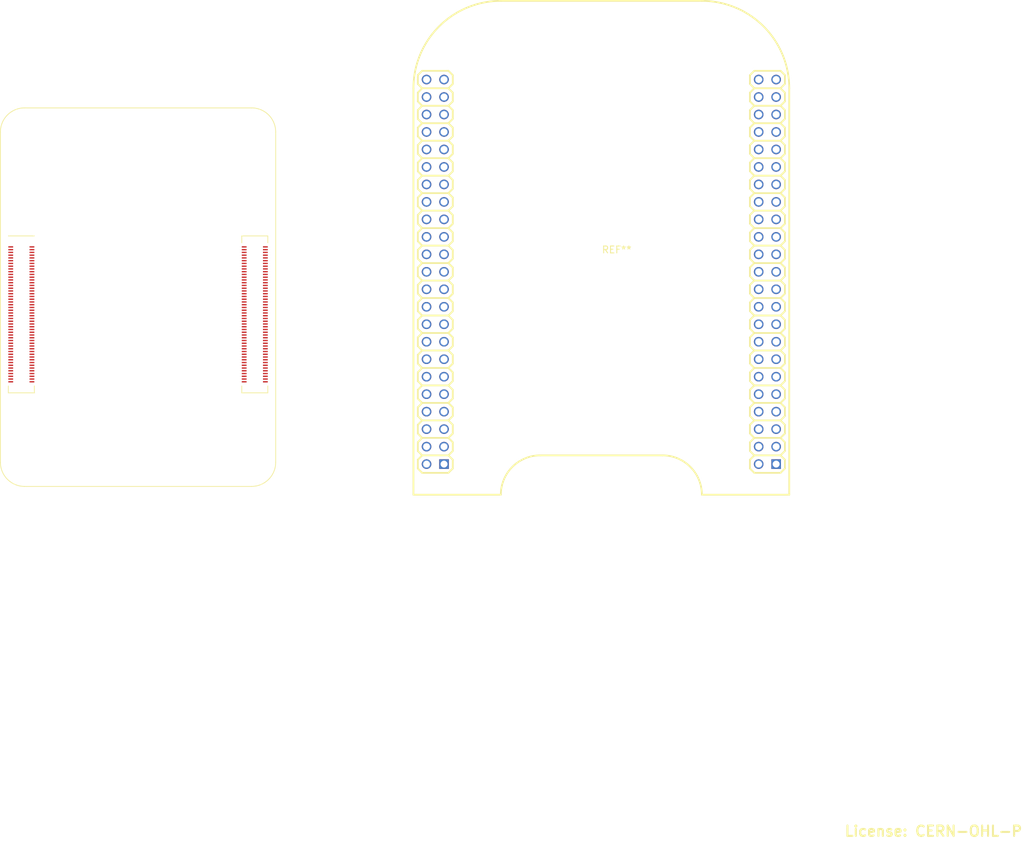
<source format=kicad_pcb>
(kicad_pcb (version 20211014) (generator pcbnew)
  (layers (0 "F.Cu" signal) (31 "B.Cu" signal) (34 "B.Paste" user) (35 "F.Paste" user) (36 "B.SilkS" user "B.Silkscreen") (37 "F.SilkS" user "F.Silkscreen") (38 "B.Mask" user) (39 "F.Mask" user) (44 "Edge.Cuts" user))
  (net 0 "")
  (footprint "kicad_lceda:BEAGLEBONE_SHIELD" (layer "F.Cu") (at 180.34 91.44)
    (fp_text reference "REF**" (at 0 -3.207) (layer "F.SilkS") (effects (justify left)))
    (fp_text value "std:99c02408c23b45b4b19b88e260644032")
    (pad "1" thru_hole rect locked (at -22.86 27.94 90) (size 1.4 1.4) (drill 1) (layers *.Cu *.Mask))
    (pad "2" thru_hole circle locked (at -25.4 27.94 90) (size 1.4 1.4) (drill 1) (layers *.Cu *.Mask))
    (pad "3" thru_hole circle locked (at -22.86 25.4 90) (size 1.4 1.4) (drill 1) (layers *.Cu *.Mask))
    (pad "4" thru_hole circle locked (at -25.4 25.4 90) (size 1.4 1.4) (drill 1) (layers *.Cu *.Mask))
    (pad "5" thru_hole circle locked (at -22.86 22.86 90) (size 1.4 1.4) (drill 1) (layers *.Cu *.Mask))
    (pad "6" thru_hole circle locked (at -25.4 22.86 90) (size 1.4 1.4) (drill 1) (layers *.Cu *.Mask))
    (pad "7" thru_hole circle locked (at -22.86 20.32 90) (size 1.4 1.4) (drill 1) (layers *.Cu *.Mask))
    (pad "8" thru_hole circle locked (at -25.4 20.32 90) (size 1.4 1.4) (drill 1) (layers *.Cu *.Mask))
    (pad "9" thru_hole circle locked (at -22.86 17.78 90) (size 1.4 1.4) (drill 1) (layers *.Cu *.Mask))
    (pad "10" thru_hole circle locked (at -25.4 17.78 90) (size 1.4 1.4) (drill 1) (layers *.Cu *.Mask))
    (pad "11" thru_hole circle locked (at -22.86 15.24 90) (size 1.4 1.4) (drill 1) (layers *.Cu *.Mask))
    (pad "12" thru_hole circle locked (at -25.4 15.24 90) (size 1.4 1.4) (drill 1) (layers *.Cu *.Mask))
    (pad "13" thru_hole circle locked (at -22.86 12.7 90) (size 1.4 1.4) (drill 1) (layers *.Cu *.Mask))
    (pad "14" thru_hole circle locked (at -25.4 12.7 90) (size 1.4 1.4) (drill 1) (layers *.Cu *.Mask))
    (pad "15" thru_hole circle locked (at -22.86 10.16 90) (size 1.4 1.4) (drill 1) (layers *.Cu *.Mask))
    (pad "16" thru_hole circle locked (at -25.4 10.16 90) (size 1.4 1.4) (drill 1) (layers *.Cu *.Mask))
    (pad "17" thru_hole circle locked (at -22.86 7.62 90) (size 1.4 1.4) (drill 1) (layers *.Cu *.Mask))
    (pad "18" thru_hole circle locked (at -25.4 7.62 90) (size 1.4 1.4) (drill 1) (layers *.Cu *.Mask))
    (pad "19" thru_hole circle locked (at -22.86 5.08 90) (size 1.4 1.4) (drill 1) (layers *.Cu *.Mask))
    (pad "20" thru_hole circle locked (at -25.4 5.08 90) (size 1.4 1.4) (drill 1) (layers *.Cu *.Mask))
    (pad "21" thru_hole circle locked (at -22.86 2.54 90) (size 1.4 1.4) (drill 1) (layers *.Cu *.Mask))
    (pad "22" thru_hole circle locked (at -25.4 2.54 90) (size 1.4 1.4) (drill 1) (layers *.Cu *.Mask))
    (pad "23" thru_hole circle locked (at -22.86 0 90) (size 1.4 1.4) (drill 1) (layers *.Cu *.Mask))
    (pad "24" thru_hole circle locked (at -25.4 0 90) (size 1.4 1.4) (drill 1) (layers *.Cu *.Mask))
    (pad "25" thru_hole circle locked (at -22.86 -2.54 90) (size 1.4 1.4) (drill 1) (layers *.Cu *.Mask))
    (pad "26" thru_hole circle locked (at -25.4 -2.54 90) (size 1.4 1.4) (drill 1) (layers *.Cu *.Mask))
    (pad "27" thru_hole circle locked (at -22.86 -5.08 90) (size 1.4 1.4) (drill 1) (layers *.Cu *.Mask))
    (pad "28" thru_hole circle locked (at -25.4 -5.08 90) (size 1.4 1.4) (drill 1) (layers *.Cu *.Mask))
    (pad "29" thru_hole circle locked (at -22.86 -7.62 90) (size 1.4 1.4) (drill 1) (layers *.Cu *.Mask))
    (pad "30" thru_hole circle locked (at -25.4 -7.62 90) (size 1.4 1.4) (drill 1) (layers *.Cu *.Mask))
    (pad "31" thru_hole circle locked (at -22.86 -10.16 90) (size 1.4 1.4) (drill 1) (layers *.Cu *.Mask))
    (pad "32" thru_hole circle locked (at -25.4 -10.16 90) (size 1.4 1.4) (drill 1) (layers *.Cu *.Mask))
    (pad "33" thru_hole circle locked (at -22.86 -12.7 90) (size 1.4 1.4) (drill 1) (layers *.Cu *.Mask))
    (pad "34" thru_hole circle locked (at -25.4 -12.7 90) (size 1.4 1.4) (drill 1) (layers *.Cu *.Mask))
    (pad "35" thru_hole circle locked (at -22.86 -15.24 90) (size 1.4 1.4) (drill 1) (layers *.Cu *.Mask))
    (pad "36" thru_hole circle locked (at -25.4 -15.24 90) (size 1.4 1.4) (drill 1) (layers *.Cu *.Mask))
    (pad "37" thru_hole circle locked (at -22.86 -17.78 90) (size 1.4 1.4) (drill 1) (layers *.Cu *.Mask))
    (pad "38" thru_hole circle locked (at -25.4 -17.78 90) (size 1.4 1.4) (drill 1) (layers *.Cu *.Mask))
    (pad "39" thru_hole circle locked (at -22.86 -20.32 90) (size 1.4 1.4) (drill 1) (layers *.Cu *.Mask))
    (pad "40" thru_hole circle locked (at -25.4 -20.32 90) (size 1.4 1.4) (drill 1) (layers *.Cu *.Mask))
    (pad "41" thru_hole circle locked (at -22.86 -22.86 90) (size 1.4 1.4) (drill 1) (layers *.Cu *.Mask))
    (pad "42" thru_hole circle locked (at -25.4 -22.86 90) (size 1.4 1.4) (drill 1) (layers *.Cu *.Mask))
    (pad "43" thru_hole circle locked (at -22.86 -25.4 90) (size 1.4 1.4) (drill 1) (layers *.Cu *.Mask))
    (pad "44" thru_hole circle locked (at -25.4 -25.4 90) (size 1.4 1.4) (drill 1) (layers *.Cu *.Mask))
    (pad "45" thru_hole circle locked (at -22.86 -27.94 90) (size 1.4 1.4) (drill 1) (layers *.Cu *.Mask))
    (pad "46" thru_hole circle locked (at -25.4 -27.94 90) (size 1.4 1.4) (drill 1) (layers *.Cu *.Mask))
    (pad "47" thru_hole rect locked (at 25.4 27.94 90) (size 1.4 1.4) (drill 1) (layers *.Cu *.Mask))
    (pad "48" thru_hole circle locked (at 22.86 27.94 90) (size 1.4 1.4) (drill 1) (layers *.Cu *.Mask))
    (pad "49" thru_hole circle locked (at 25.4 25.4 90) (size 1.4 1.4) (drill 1) (layers *.Cu *.Mask))
    (pad "50" thru_hole circle locked (at 22.86 25.4 90) (size 1.4 1.4) (drill 1) (layers *.Cu *.Mask))
    (pad "51" thru_hole circle locked (at 25.4 22.86 90) (size 1.4 1.4) (drill 1) (layers *.Cu *.Mask))
    (pad "52" thru_hole circle locked (at 22.86 22.86 90) (size 1.4 1.4) (drill 1) (layers *.Cu *.Mask))
    (pad "53" thru_hole circle locked (at 25.4 20.32 90) (size 1.4 1.4) (drill 1) (layers *.Cu *.Mask))
    (pad "54" thru_hole circle locked (at 22.86 20.32 90) (size 1.4 1.4) (drill 1) (layers *.Cu *.Mask))
    (pad "55" thru_hole circle locked (at 25.4 17.78 90) (size 1.4 1.4) (drill 1) (layers *.Cu *.Mask))
    (pad "56" thru_hole circle locked (at 22.86 17.78 90) (size 1.4 1.4) (drill 1) (layers *.Cu *.Mask))
    (pad "57" thru_hole circle locked (at 25.4 15.24 90) (size 1.4 1.4) (drill 1) (layers *.Cu *.Mask))
    (pad "58" thru_hole circle locked (at 22.86 15.24 90) (size 1.4 1.4) (drill 1) (layers *.Cu *.Mask))
    (pad "59" thru_hole circle locked (at 25.4 12.7 90) (size 1.4 1.4) (drill 1) (layers *.Cu *.Mask))
    (pad "60" thru_hole circle locked (at 22.86 12.7 90) (size 1.4 1.4) (drill 1) (layers *.Cu *.Mask))
    (pad "61" thru_hole circle locked (at 25.4 10.16 90) (size 1.4 1.4) (drill 1) (layers *.Cu *.Mask))
    (pad "62" thru_hole circle locked (at 22.86 10.16 90) (size 1.4 1.4) (drill 1) (layers *.Cu *.Mask))
    (pad "63" thru_hole circle locked (at 25.4 7.62 90) (size 1.4 1.4) (drill 1) (layers *.Cu *.Mask))
    (pad "64" thru_hole circle locked (at 22.86 7.62 90) (size 1.4 1.4) (drill 1) (layers *.Cu *.Mask))
    (pad "65" thru_hole circle locked (at 25.4 5.08 90) (size 1.4 1.4) (drill 1) (layers *.Cu *.Mask))
    (pad "66" thru_hole circle locked (at 22.86 5.08 90) (size 1.4 1.4) (drill 1) (layers *.Cu *.Mask))
    (pad "67" thru_hole circle locked (at 25.4 2.54 90) (size 1.4 1.4) (drill 1) (layers *.Cu *.Mask))
    (pad "68" thru_hole circle locked (at 22.86 2.54 90) (size 1.4 1.4) (drill 1) (layers *.Cu *.Mask))
    (pad "69" thru_hole circle locked (at 25.4 0 90) (size 1.4 1.4) (drill 1) (layers *.Cu *.Mask))
    (pad "70" thru_hole circle locked (at 22.86 0 90) (size 1.4 1.4) (drill 1) (layers *.Cu *.Mask))
    (pad "71" thru_hole circle locked (at 25.4 -2.54 90) (size 1.4 1.4) (drill 1) (layers *.Cu *.Mask))
    (pad "72" thru_hole circle locked (at 22.86 -2.54 90) (size 1.4 1.4) (drill 1) (layers *.Cu *.Mask))
    (pad "73" thru_hole circle locked (at 25.4 -5.08 90) (size 1.4 1.4) (drill 1) (layers *.Cu *.Mask))
    (pad "74" thru_hole circle locked (at 22.86 -5.08 90) (size 1.4 1.4) (drill 1) (layers *.Cu *.Mask))
    (pad "75" thru_hole circle locked (at 25.4 -7.62 90) (size 1.4 1.4) (drill 1) (layers *.Cu *.Mask))
    (pad "76" thru_hole circle locked (at 22.86 -7.62 90) (size 1.4 1.4) (drill 1) (layers *.Cu *.Mask))
    (pad "77" thru_hole circle locked (at 25.4 -10.16 90) (size 1.4 1.4) (drill 1) (layers *.Cu *.Mask))
    (pad "78" thru_hole circle locked (at 22.86 -10.16 90) (size 1.4 1.4) (drill 1) (layers *.Cu *.Mask))
    (pad "79" thru_hole circle locked (at 25.4 -12.7 90) (size 1.4 1.4) (drill 1) (layers *.Cu *.Mask))
    (pad "80" thru_hole circle locked (at 22.86 -12.7 90) (size 1.4 1.4) (drill 1) (layers *.Cu *.Mask))
    (pad "81" thru_hole circle locked (at 25.4 -15.24 90) (size 1.4 1.4) (drill 1) (layers *.Cu *.Mask))
    (pad "82" thru_hole circle locked (at 22.86 -15.24 90) (size 1.4 1.4) (drill 1) (layers *.Cu *.Mask))
    (pad "83" thru_hole circle locked (at 25.4 -17.78 90) (size 1.4 1.4) (drill 1) (layers *.Cu *.Mask))
    (pad "84" thru_hole circle locked (at 22.86 -17.78 90) (size 1.4 1.4) (drill 1) (layers *.Cu *.Mask))
    (pad "85" thru_hole circle locked (at 25.4 -20.32 90) (size 1.4 1.4) (drill 1) (layers *.Cu *.Mask))
    (pad "86" thru_hole circle locked (at 22.86 -20.32 90) (size 1.4 1.4) (drill 1) (layers *.Cu *.Mask))
    (pad "87" thru_hole circle locked (at 25.4 -22.86 90) (size 1.4 1.4) (drill 1) (layers *.Cu *.Mask))
    (pad "88" thru_hole circle locked (at 22.86 -22.86 90) (size 1.4 1.4) (drill 1) (layers *.Cu *.Mask))
    (pad "89" thru_hole circle locked (at 25.4 -25.4 90) (size 1.4 1.4) (drill 1) (layers *.Cu *.Mask))
    (pad "90" thru_hole circle locked (at 22.86 -25.4 90) (size 1.4 1.4) (drill 1) (layers *.Cu *.Mask))
    (pad "91" thru_hole circle locked (at 25.4 -27.94 90) (size 1.4 1.4) (drill 1) (layers *.Cu *.Mask))
    (pad "92" thru_hole circle locked (at 22.86 -27.94 90) (size 1.4 1.4) (drill 1) (layers *.Cu *.Mask))
  )
  (footprint "clipboard:65c152bf-f56c-44fc-b264-ef39edb1d5b3" (layer "F.Cu") (at 96.52 71.12)
    (fp_text reference "" (at 0 0) (layer "F.SilkS") (effects (font (size 1.27 1.27))))
    (fp_text value "" (at 0 0) (layer "F.SilkS") (effects (font (size 1.27 1.27))))
    (pad "" np_thru_hole circle (at 0 48) (size 2.7 2.7) (drill 2.7) (layers F&B.Cu *.Mask) (clearance 1.7))
    (pad "" np_thru_hole circle (at 33 48) (size 2.7 2.7) (drill 2.7) (layers F&B.Cu *.Mask) (clearance 1.7))
    (pad "" np_thru_hole circle (at 0 0) (size 2.7 2.7) (drill 2.7) (layers F&B.Cu *.Mask) (clearance 1.7))
    (pad "" np_thru_hole circle (at 33 0) (size 2.7 2.7) (drill 2.7) (layers F&B.Cu *.Mask) (clearance 1.7))
    (pad "1" smd rect (at -2 16.7 270) (size 0.2 0.7) (layers "F.Cu" "F.Paste" "F.Mask"))
    (pad "2" smd rect (at 1.08 16.7 270) (size 0.2 0.7) (layers "F.Cu" "F.Paste" "F.Mask"))
    (pad "3" smd rect (at -2 17.1 270) (size 0.2 0.7) (layers "F.Cu" "F.Paste" "F.Mask"))
    (pad "4" smd rect (at 1.08 17.1 270) (size 0.2 0.7) (layers "F.Cu" "F.Paste" "F.Mask"))
    (pad "5" smd rect (at -2 17.5 270) (size 0.2 0.7) (layers "F.Cu" "F.Paste" "F.Mask"))
    (pad "6" smd rect (at 1.08 17.5 270) (size 0.2 0.7) (layers "F.Cu" "F.Paste" "F.Mask"))
    (pad "7" smd rect (at -2 17.9 270) (size 0.2 0.7) (layers "F.Cu" "F.Paste" "F.Mask"))
    (pad "8" smd rect (at 1.08 17.9 270) (size 0.2 0.7) (layers "F.Cu" "F.Paste" "F.Mask"))
    (pad "9" smd rect (at -2 18.3 270) (size 0.2 0.7) (layers "F.Cu" "F.Paste" "F.Mask"))
    (pad "10" smd rect (at 1.08 18.3 270) (size 0.2 0.7) (layers "F.Cu" "F.Paste" "F.Mask"))
    (pad "11" smd rect (at -2 18.7 270) (size 0.2 0.7) (layers "F.Cu" "F.Paste" "F.Mask"))
    (pad "12" smd rect (at 1.08 18.7 270) (size 0.2 0.7) (layers "F.Cu" "F.Paste" "F.Mask"))
    (pad "13" smd rect (at -2 19.1 270) (size 0.2 0.7) (layers "F.Cu" "F.Paste" "F.Mask"))
    (pad "14" smd rect (at 1.08 19.1 270) (size 0.2 0.7) (layers "F.Cu" "F.Paste" "F.Mask"))
    (pad "15" smd rect (at -2 19.5 270) (size 0.2 0.7) (layers "F.Cu" "F.Paste" "F.Mask"))
    (pad "16" smd rect (at 1.08 19.5 270) (size 0.2 0.7) (layers "F.Cu" "F.Paste" "F.Mask"))
    (pad "17" smd rect (at -2 19.9 270) (size 0.2 0.7) (layers "F.Cu" "F.Paste" "F.Mask"))
    (pad "18" smd rect (at 1.08 19.9 270) (size 0.2 0.7) (layers "F.Cu" "F.Paste" "F.Mask"))
    (pad "19" smd rect (at -2 20.3 270) (size 0.2 0.7) (layers "F.Cu" "F.Paste" "F.Mask"))
    (pad "20" smd rect (at 1.08 20.3 270) (size 0.2 0.7) (layers "F.Cu" "F.Paste" "F.Mask"))
    (pad "21" smd rect (at -2 20.7 270) (size 0.2 0.7) (layers "F.Cu" "F.Paste" "F.Mask"))
    (pad "22" smd rect (at 1.08 20.7 270) (size 0.2 0.7) (layers "F.Cu" "F.Paste" "F.Mask"))
    (pad "23" smd rect (at -2 21.1 270) (size 0.2 0.7) (layers "F.Cu" "F.Paste" "F.Mask"))
    (pad "24" smd rect (at 1.08 21.1 270) (size 0.2 0.7) (layers "F.Cu" "F.Paste" "F.Mask"))
    (pad "25" smd rect (at -2 21.5 270) (size 0.2 0.7) (layers "F.Cu" "F.Paste" "F.Mask"))
    (pad "26" smd rect (at 1.08 21.5 270) (size 0.2 0.7) (layers "F.Cu" "F.Paste" "F.Mask"))
    (pad "27" smd rect (at -2 21.9 270) (size 0.2 0.7) (layers "F.Cu" "F.Paste" "F.Mask"))
    (pad "28" smd rect (at 1.08 21.9 270) (size 0.2 0.7) (layers "F.Cu" "F.Paste" "F.Mask"))
    (pad "29" smd rect (at -2 22.3 270) (size 0.2 0.7) (layers "F.Cu" "F.Paste" "F.Mask"))
    (pad "30" smd rect (at 1.08 22.3 270) (size 0.2 0.7) (layers "F.Cu" "F.Paste" "F.Mask"))
    (pad "31" smd rect (at -2 22.7 270) (size 0.2 0.7) (layers "F.Cu" "F.Paste" "F.Mask"))
    (pad "32" smd rect (at 1.08 22.7 270) (size 0.2 0.7) (layers "F.Cu" "F.Paste" "F.Mask"))
    (pad "33" smd rect (at -2 23.1 270) (size 0.2 0.7) (layers "F.Cu" "F.Paste" "F.Mask"))
    (pad "34" smd rect (at 1.08 23.1 270) (size 0.2 0.7) (layers "F.Cu" "F.Paste" "F.Mask"))
    (pad "35" smd rect (at -2 23.5 270) (size 0.2 0.7) (layers "F.Cu" "F.Paste" "F.Mask"))
    (pad "36" smd rect (at 1.08 23.5 270) (size 0.2 0.7) (layers "F.Cu" "F.Paste" "F.Mask"))
    (pad "37" smd rect (at -2 23.9 270) (size 0.2 0.7) (layers "F.Cu" "F.Paste" "F.Mask"))
    (pad "38" smd rect (at 1.08 23.9 270) (size 0.2 0.7) (layers "F.Cu" "F.Paste" "F.Mask"))
    (pad "39" smd rect (at -2 24.3 270) (size 0.2 0.7) (layers "F.Cu" "F.Paste" "F.Mask"))
    (pad "40" smd rect (at 1.08 24.3 270) (size 0.2 0.7) (layers "F.Cu" "F.Paste" "F.Mask"))
    (pad "41" smd rect (at -2 24.7 270) (size 0.2 0.7) (layers "F.Cu" "F.Paste" "F.Mask"))
    (pad "42" smd rect (at 1.08 24.7 270) (size 0.2 0.7) (layers "F.Cu" "F.Paste" "F.Mask"))
    (pad "43" smd rect (at -2 25.1 270) (size 0.2 0.7) (layers "F.Cu" "F.Paste" "F.Mask"))
    (pad "44" smd rect (at 1.08 25.1 270) (size 0.2 0.7) (layers "F.Cu" "F.Paste" "F.Mask"))
    (pad "45" smd rect (at -2 25.5 270) (size 0.2 0.7) (layers "F.Cu" "F.Paste" "F.Mask"))
    (pad "46" smd rect (at 1.08 25.5 270) (size 0.2 0.7) (layers "F.Cu" "F.Paste" "F.Mask"))
    (pad "47" smd rect (at -2 25.9 270) (size 0.2 0.7) (layers "F.Cu" "F.Paste" "F.Mask"))
    (pad "48" smd rect (at 1.08 25.9 270) (size 0.2 0.7) (layers "F.Cu" "F.Paste" "F.Mask"))
    (pad "49" smd rect (at -2 26.3 270) (size 0.2 0.7) (layers "F.Cu" "F.Paste" "F.Mask"))
    (pad "50" smd rect (at 1.08 26.3 270) (size 0.2 0.7) (layers "F.Cu" "F.Paste" "F.Mask"))
    (pad "51" smd rect (at -2 26.7 270) (size 0.2 0.7) (layers "F.Cu" "F.Paste" "F.Mask"))
    (pad "52" smd rect (at 1.08 26.7 270) (size 0.2 0.7) (layers "F.Cu" "F.Paste" "F.Mask"))
    (pad "53" smd rect (at -2 27.1 270) (size 0.2 0.7) (layers "F.Cu" "F.Paste" "F.Mask"))
    (pad "54" smd rect (at 1.08 27.1 270) (size 0.2 0.7) (layers "F.Cu" "F.Paste" "F.Mask"))
    (pad "55" smd rect (at -2 27.5 270) (size 0.2 0.7) (layers "F.Cu" "F.Paste" "F.Mask"))
    (pad "56" smd rect (at 1.08 27.5 270) (size 0.2 0.7) (layers "F.Cu" "F.Paste" "F.Mask"))
    (pad "57" smd rect (at -2 27.9 270) (size 0.2 0.7) (layers "F.Cu" "F.Paste" "F.Mask"))
    (pad "58" smd rect (at 1.08 27.9 270) (size 0.2 0.7) (layers "F.Cu" "F.Paste" "F.Mask"))
    (pad "59" smd rect (at -2 28.3 270) (size 0.2 0.7) (layers "F.Cu" "F.Paste" "F.Mask"))
    (pad "60" smd rect (at 1.08 28.3 270) (size 0.2 0.7) (layers "F.Cu" "F.Paste" "F.Mask"))
    (pad "61" smd rect (at -2 28.7 270) (size 0.2 0.7) (layers "F.Cu" "F.Paste" "F.Mask"))
    (pad "62" smd rect (at 1.08 28.7 270) (size 0.2 0.7) (layers "F.Cu" "F.Paste" "F.Mask"))
    (pad "63" smd rect (at -2 29.1 270) (size 0.2 0.7) (layers "F.Cu" "F.Paste" "F.Mask"))
    (pad "64" smd rect (at 1.08 29.1 270) (size 0.2 0.7) (layers "F.Cu" "F.Paste" "F.Mask"))
    (pad "65" smd rect (at -2 29.5 270) (size 0.2 0.7) (layers "F.Cu" "F.Paste" "F.Mask"))
    (pad "66" smd rect (at 1.08 29.5 270) (size 0.2 0.7) (layers "F.Cu" "F.Paste" "F.Mask"))
    (pad "67" smd rect (at -2 29.9 270) (size 0.2 0.7) (layers "F.Cu" "F.Paste" "F.Mask"))
    (pad "68" smd rect (at 1.08 29.9 270) (size 0.2 0.7) (layers "F.Cu" "F.Paste" "F.Mask"))
    (pad "69" smd rect (at -2 30.3 270) (size 0.2 0.7) (layers "F.Cu" "F.Paste" "F.Mask"))
    (pad "70" smd rect (at 1.08 30.3 270) (size 0.2 0.7) (layers "F.Cu" "F.Paste" "F.Mask"))
    (pad "71" smd rect (at -2 30.7 270) (size 0.2 0.7) (layers "F.Cu" "F.Paste" "F.Mask"))
    (pad "72" smd rect (at 1.08 30.7 270) (size 0.2 0.7) (layers "F.Cu" "F.Paste" "F.Mask"))
    (pad "73" smd rect (at -2 31.1 270) (size 0.2 0.7) (layers "F.Cu" "F.Paste" "F.Mask"))
    (pad "74" smd rect (at 1.08 31.1 270) (size 0.2 0.7) (layers "F.Cu" "F.Paste" "F.Mask"))
    (pad "75" smd rect (at -2 31.5 270) (size 0.2 0.7) (layers "F.Cu" "F.Paste" "F.Mask"))
    (pad "76" smd rect (at 1.08 31.5 270) (size 0.2 0.7) (layers "F.Cu" "F.Paste" "F.Mask"))
    (pad "77" smd rect (at -2 31.9 270) (size 0.2 0.7) (layers "F.Cu" "F.Paste" "F.Mask"))
    (pad "78" smd rect (at 1.08 31.9 270) (size 0.2 0.7) (layers "F.Cu" "F.Paste" "F.Mask"))
    (pad "79" smd rect (at -2 32.3 270) (size 0.2 0.7) (layers "F.Cu" "F.Paste" "F.Mask"))
    (pad "80" smd rect (at 1.08 32.3 270) (size 0.2 0.7) (layers "F.Cu" "F.Paste" "F.Mask"))
    (pad "81" smd rect (at -2 32.7 270) (size 0.2 0.7) (layers "F.Cu" "F.Paste" "F.Mask"))
    (pad "82" smd rect (at 1.08 32.7 270) (size 0.2 0.7) (layers "F.Cu" "F.Paste" "F.Mask"))
    (pad "83" smd rect (at -2 33.1 270) (size 0.2 0.7) (layers "F.Cu" "F.Paste" "F.Mask"))
    (pad "84" smd rect (at 1.08 33.1 270) (size 0.2 0.7) (layers "F.Cu" "F.Paste" "F.Mask"))
    (pad "85" smd rect (at -2 33.5 270) (size 0.2 0.7) (layers "F.Cu" "F.Paste" "F.Mask"))
    (pad "86" smd rect (at 1.08 33.5 270) (size 0.2 0.7) (layers "F.Cu" "F.Paste" "F.Mask"))
    (pad "87" smd rect (at -2 33.9 270) (size 0.2 0.7) (layers "F.Cu" "F.Paste" "F.Mask"))
    (pad "88" smd rect (at 1.08 33.9 270) (size 0.2 0.7) (layers "F.Cu" "F.Paste" "F.Mask"))
    (pad "89" smd rect (at -2 34.3 270) (size 0.2 0.7) (layers "F.Cu" "F.Paste" "F.Mask"))
    (pad "90" smd rect (at 1.08 34.3 270) (size 0.2 0.7) (layers "F.Cu" "F.Paste" "F.Mask"))
    (pad "91" smd rect (at -2 34.7 270) (size 0.2 0.7) (layers "F.Cu" "F.Paste" "F.Mask"))
    (pad "92" smd rect (at 1.08 34.7 270) (size 0.2 0.7) (layers "F.Cu" "F.Paste" "F.Mask"))
    (pad "93" smd rect (at -2 35.1 270) (size 0.2 0.7) (layers "F.Cu" "F.Paste" "F.Mask"))
    (pad "94" smd rect (at 1.08 35.1 270) (size 0.2 0.7) (layers "F.Cu" "F.Paste" "F.Mask"))
    (pad "95" smd rect (at -2 35.5 270) (size 0.2 0.7) (layers "F.Cu" "F.Paste" "F.Mask"))
    (pad "96" smd rect (at 1.08 35.5 270) (size 0.2 0.7) (layers "F.Cu" "F.Paste" "F.Mask"))
    (pad "97" smd rect (at -2 35.9 270) (size 0.2 0.7) (layers "F.Cu" "F.Paste" "F.Mask"))
    (pad "98" smd rect (at 1.08 35.9 270) (size 0.2 0.7) (layers "F.Cu" "F.Paste" "F.Mask"))
    (pad "99" smd rect (at -2 36.3 270) (size 0.2 0.7) (layers "F.Cu" "F.Paste" "F.Mask"))
    (pad "100" smd rect (at 1.08 36.3 270) (size 0.2 0.7) (layers "F.Cu" "F.Paste" "F.Mask"))
    (pad "101" smd rect (at 31.92 16.7 270) (size 0.2 0.7) (layers "F.Cu" "F.Paste" "F.Mask"))
    (pad "102" smd rect (at 35 16.7 270) (size 0.2 0.7) (layers "F.Cu" "F.Paste" "F.Mask"))
    (pad "103" smd rect (at 31.92 17.1 270) (size 0.2 0.7) (layers "F.Cu" "F.Paste" "F.Mask"))
    (pad "104" smd rect (at 35 17.1 270) (size 0.2 0.7) (layers "F.Cu" "F.Paste" "F.Mask"))
    (pad "105" smd rect (at 31.92 17.5 270) (size 0.2 0.7) (layers "F.Cu" "F.Paste" "F.Mask"))
    (pad "106" smd rect (at 35 17.5 270) (size 0.2 0.7) (layers "F.Cu" "F.Paste" "F.Mask"))
    (pad "107" smd rect (at 31.92 17.9 270) (size 0.2 0.7) (layers "F.Cu" "F.Paste" "F.Mask"))
    (pad "108" smd rect (at 35 17.9 270) (size 0.2 0.7) (layers "F.Cu" "F.Paste" "F.Mask"))
    (pad "109" smd rect (at 31.92 18.3 270) (size 0.2 0.7) (layers "F.Cu" "F.Paste" "F.Mask"))
    (pad "110" smd rect (at 35 18.3 270) (size 0.2 0.7) (layers "F.Cu" "F.Paste" "F.Mask"))
    (pad "111" smd rect (at 31.92 18.7 270) (size 0.2 0.7) (layers "F.Cu" "F.Paste" "F.Mask"))
    (pad "112" smd rect (at 35 18.7 270) (size 0.2 0.7) (layers "F.Cu" "F.Paste" "F.Mask"))
    (pad "113" smd rect (at 31.92 19.1 270) (size 0.2 0.7) (layers "F.Cu" "F.Paste" "F.Mask"))
    (pad "114" smd rect (at 35 19.1 270) (size 0.2 0.7) (layers "F.Cu" "F.Paste" "F.Mask"))
    (pad "115" smd rect (at 31.92 19.5 270) (size 0.2 0.7) (layers "F.Cu" "F.Paste" "F.Mask"))
    (pad "116" smd rect (at 35 19.5 270) (size 0.2 0.7) (layers "F.Cu" "F.Paste" "F.Mask"))
    (pad "117" smd rect (at 31.92 19.9 270) (size 0.2 0.7) (layers "F.Cu" "F.Paste" "F.Mask"))
    (pad "118" smd rect (at 35 19.9 270) (size 0.2 0.7) (layers "F.Cu" "F.Paste" "F.Mask"))
    (pad "119" smd rect (at 31.92 20.3 270) (size 0.2 0.7) (layers "F.Cu" "F.Paste" "F.Mask"))
    (pad "120" smd rect (at 35 20.3 270) (size 0.2 0.7) (layers "F.Cu" "F.Paste" "F.Mask"))
    (pad "121" smd rect (at 31.92 20.7 270) (size 0.2 0.7) (layers "F.Cu" "F.Paste" "F.Mask"))
    (pad "122" smd rect (at 35 20.7 270) (size 0.2 0.7) (layers "F.Cu" "F.Paste" "F.Mask"))
    (pad "123" smd rect (at 31.92 21.1 270) (size 0.2 0.7) (layers "F.Cu" "F.Paste" "F.Mask"))
    (pad "124" smd rect (at 35 21.1 270) (size 0.2 0.7) (layers "F.Cu" "F.Paste" "F.Mask"))
    (pad "125" smd rect (at 31.92 21.5 270) (size 0.2 0.7) (layers "F.Cu" "F.Paste" "F.Mask"))
    (pad "126" smd rect (at 35 21.5 270) (size 0.2 0.7) (layers "F.Cu" "F.Paste" "F.Mask"))
    (pad "127" smd rect (at 31.92 21.9 270) (size 0.2 0.7) (layers "F.Cu" "F.Paste" "F.Mask"))
    (pad "128" smd rect (at 35 21.9 270) (size 0.2 0.7) (layers "F.Cu" "F.Paste" "F.Mask"))
    (pad "129" smd rect (at 31.92 22.3 270) (size 0.2 0.7) (layers "F.Cu" "F.Paste" "F.Mask"))
    (pad "130" smd rect (at 35 22.3 270) (size 0.2 0.7) (layers "F.Cu" "F.Paste" "F.Mask"))
    (pad "131" smd rect (at 31.92 22.7 270) (size 0.2 0.7) (layers "F.Cu" "F.Paste" "F.Mask"))
    (pad "132" smd rect (at 35 22.7 270) (size 0.2 0.7) (layers "F.Cu" "F.Paste" "F.Mask"))
    (pad "133" smd rect (at 31.92 23.1 270) (size 0.2 0.7) (layers "F.Cu" "F.Paste" "F.Mask"))
    (pad "134" smd rect (at 35 23.1 270) (size 0.2 0.7) (layers "F.Cu" "F.Paste" "F.Mask"))
    (pad "135" smd rect (at 31.92 23.5 270) (size 0.2 0.7) (layers "F.Cu" "F.Paste" "F.Mask"))
    (pad "136" smd rect (at 35 23.5 270) (size 0.2 0.7) (layers "F.Cu" "F.Paste" "F.Mask"))
    (pad "137" smd rect (at 31.92 23.9 270) (size 0.2 0.7) (layers "F.Cu" "F.Paste" "F.Mask"))
    (pad "138" smd rect (at 35 23.9 270) (size 0.2 0.7) (layers "F.Cu" "F.Paste" "F.Mask"))
    (pad "139" smd rect (at 31.92 24.3 270) (size 0.2 0.7) (layers "F.Cu" "F.Paste" "F.Mask"))
    (pad "140" smd rect (at 35 24.3 270) (size 0.2 0.7) (layers "F.Cu" "F.Paste" "F.Mask"))
    (pad "141" smd rect (at 31.92 24.7 270) (size 0.2 0.7) (layers "F.Cu" "F.Paste" "F.Mask"))
    (pad "142" smd rect (at 35 24.7 270) (size 0.2 0.7) (layers "F.Cu" "F.Paste" "F.Mask"))
    (pad "143" smd rect (at 31.92 25.1 270) (size 0.2 0.7) (layers "F.Cu" "F.Paste" "F.Mask"))
    (pad "144" smd rect (at 35 25.1 270) (size 0.2 0.7) (layers "F.Cu" "F.Paste" "F.Mask"))
    (pad "145" smd rect (at 31.92 25.5 270) (size 0.2 0.7) (layers "F.Cu" "F.Paste" "F.Mask"))
    (pad "146" smd rect (at 35 25.5 270) (size 0.2 0.7) (layers "F.Cu" "F.Paste" "F.Mask"))
    (pad "147" smd rect (at 31.92 25.9 270) (size 0.2 0.7) (layers "F.Cu" "F.Paste" "F.Mask"))
    (pad "148" smd rect (at 35 25.9 270) (size 0.2 0.7) (layers "F.Cu" "F.Paste" "F.Mask"))
    (pad "149" smd rect (at 31.92 26.3 270) (size 0.2 0.7) (layers "F.Cu" "F.Paste" "F.Mask"))
    (pad "150" smd rect (at 35 26.3 270) (size 0.2 0.7) (layers "F.Cu" "F.Paste" "F.Mask"))
    (pad "151" smd rect (at 31.92 26.7 270) (size 0.2 0.7) (layers "F.Cu" "F.Paste" "F.Mask"))
    (pad "152" smd rect (at 35 26.7 270) (size 0.2 0.7) (layers "F.Cu" "F.Paste" "F.Mask"))
    (pad "153" smd rect (at 31.92 27.1 270) (size 0.2 0.7) (layers "F.Cu" "F.Paste" "F.Mask"))
    (pad "154" smd rect (at 35 27.1 270) (size 0.2 0.7) (layers "F.Cu" "F.Paste" "F.Mask"))
    (pad "155" smd rect (at 31.92 27.5 270) (size 0.2 0.7) (layers "F.Cu" "F.Paste" "F.Mask"))
    (pad "156" smd rect (at 35 27.5 270) (size 0.2 0.7) (layers "F.Cu" "F.Paste" "F.Mask"))
    (pad "157" smd rect (at 31.92 27.9 270) (size 0.2 0.7) (layers "F.Cu" "F.Paste" "F.Mask"))
    (pad "158" smd rect (at 35 27.9 270) (size 0.2 0.7) (layers "F.Cu" "F.Paste" "F.Mask"))
    (pad "159" smd rect (at 31.92 28.3 270) (size 0.2 0.7) (layers "F.Cu" "F.Paste" "F.Mask"))
    (pad "160" smd rect (at 35 28.3 270) (size 0.2 0.7) (layers "F.Cu" "F.Paste" "F.Mask"))
    (pad "161" smd rect (at 31.92 28.7 270) (size 0.2 0.7) (layers "F.Cu" "F.Paste" "F.Mask"))
    (pad "162" smd rect (at 35 28.7 270) (size 0.2 0.7) (layers "F.Cu" "F.Paste" "F.Mask"))
    (pad "163" smd rect (at 31.92 29.1 270) (size 0.2 0.7) (layers "F.Cu" "F.Paste" "F.Mask"))
    (pad "164" smd rect (at 35 29.1 270) (size 0.2 0.7) (layers "F.Cu" "F.Paste" "F.Mask"))
    (pad "165" smd rect (at 31.92 29.5 270) (size 0.2 0.7) (layers "F.Cu" "F.Paste" "F.Mask"))
    (pad "166" smd rect (at 35 29.5 270) (size 0.2 0.7) (layers "F.Cu" "F.Paste" "F.Mask"))
    (pad "167" smd rect (at 31.92 29.9 270) (size 0.2 0.7) (layers "F.Cu" "F.Paste" "F.Mask"))
    (pad "168" smd rect (at 35 29.9 270) (size 0.2 0.7) (layers "F.Cu" "F.Paste" "F.Mask"))
    (pad "169" smd rect (at 31.92 30.3 270) (size 0.2 0.7) (layers "F.Cu" "F.Paste" "F.Mask"))
    (pad "170" smd rect (at 35 30.3 270) (size 0.2 0.7) (layers "F.Cu" "F.Paste" "F.Mask"))
    (pad "171" smd rect (at 31.92 30.7 270) (size 0.2 0.7) (layers "F.Cu" "F.Paste" "F.Mask"))
    (pad "172" smd rect (at 35 30.7 270) (size 0.2 0.7) (layers "F.Cu" "F.Paste" "F.Mask"))
    (pad "173" smd rect (at 31.92 31.1 270) (size 0.2 0.7) (layers "F.Cu" "F.Paste" "F.Mask"))
    (pad "174" smd rect (at 35 31.1 270) (size 0.2 0.7) (layers "F.Cu" "F.Paste" "F.Mask"))
    (pad "175" smd rect (at 31.92 31.5 270) (size 0.2 0.7) (layers "F.Cu" "F.Paste" "F.Mask"))
    (pad "176" smd rect (at 35 31.5 270) (size 0.2 0.7) (layers "F.Cu" "F.Paste" "F.Mask"))
    (pad "177" smd rect (at 31.92 31.9 270) (size 0.2 0.7) (layers "F.Cu" "F.Paste" "F.Mask"))
    (pad "178" smd rect (at 35 31.9 270) (size 0.2 0.7) (layers "F.Cu" "F.Paste" "F.Mask"))
    (pad "179" smd rect (at 31.92 32.3 270) (size 0.2 0.7) (layers "F.Cu" "F.Paste" "F.Mask"))
    (pad "180" smd rect (at 35 32.3 270) (size 0.2 0.7) (layers "F.Cu" "F.Paste" "F.Mask"))
    (pad "181" smd rect (at 31.92 32.7 270) (size 0.2 0.7) (layers "F.Cu" "F.Paste" "F.Mask"))
    (pad "182" smd rect (at 35 32.7 270) (size 0.2 0.7) (layers "F.Cu" "F.Paste" "F.Mask"))
    (pad "183" smd rect (at 31.92 33.1 270) (size 0.2 0.7) (layers "F.Cu" "F.Paste" "F.Mask"))
    (pad "184" smd rect (at 35 33.1 270) (size 0.2 0.7) (layers "F.Cu" "F.Paste" "F.Mask"))
    (pad "185" smd rect (at 31.92 33.5 270) (size 0.2 0.7) (layers "F.Cu" "F.Paste" "F.Mask"))
    (pad "186" smd rect (at 35 33.5 270) (size 0.2 0.7) (layers "F.Cu" "F.Paste" "F.Mask"))
    (pad "187" smd rect (at 31.92 33.9 270) (size 0.2 0.7) (layers "F.Cu" "F.Paste" "F.Mask"))
    (pad "188" smd rect (at 35 33.9 270) (size 0.2 0.7) (layers "F.Cu" "F.Paste" "F.Mask"))
    (pad "189" smd rect (at 31.92 34.3 270) (size 0.2 0.7) (layers "F.Cu" "F.Paste" "F.Mask"))
    (pad "190" smd rect (at 35 34.3 270) (size 0.2 0.7) (layers "F.Cu" "F.Paste" "F.Mask"))
    (pad "191" smd rect (at 31.92 34.7 270) (size 0.2 0.7) (layers "F.Cu" "F.Paste" "F.Mask"))
    (pad "192" smd rect (at 35 34.7 270) (size 0.2 0.7) (layers "F.Cu" "F.Paste" "F.Mask"))
    (pad "193" smd rect (at 31.92 35.1 270) (size 0.2 0.7) (layers "F.Cu" "F.Paste" "F.Mask"))
    (pad "194" smd rect (at 35 35.1 270) (size 0.2 0.7) (layers "F.Cu" "F.Paste" "F.Mask"))
    (pad "195" smd rect (at 31.92 35.5 270) (size 0.2 0.7) (layers "F.Cu" "F.Paste" "F.Mask"))
    (pad "196" smd rect (at 35 35.5 270) (size 0.2 0.7) (layers "F.Cu" "F.Paste" "F.Mask"))
    (pad "197" smd rect (at 31.92 35.9 270) (size 0.2 0.7) (layers "F.Cu" "F.Paste" "F.Mask"))
    (pad "198" smd rect (at 35 35.9 270) (size 0.2 0.7) (layers "F.Cu" "F.Paste" "F.Mask"))
    (pad "199" smd rect (at 31.92 36.3 270) (size 0.2 0.7) (layers "F.Cu" "F.Paste" "F.Mask"))
    (pad "200" smd rect (at 35 36.3 270) (size 0.2 0.7) (layers "F.Cu" "F.Paste" "F.Mask"))
  )
  (gr_text "License: CERN-OHL-P" (at 228.6 172.72) (layer "F.SilkS") (effects (font (size 1.5 1.5) (thickness 0.3))))
)
</source>
